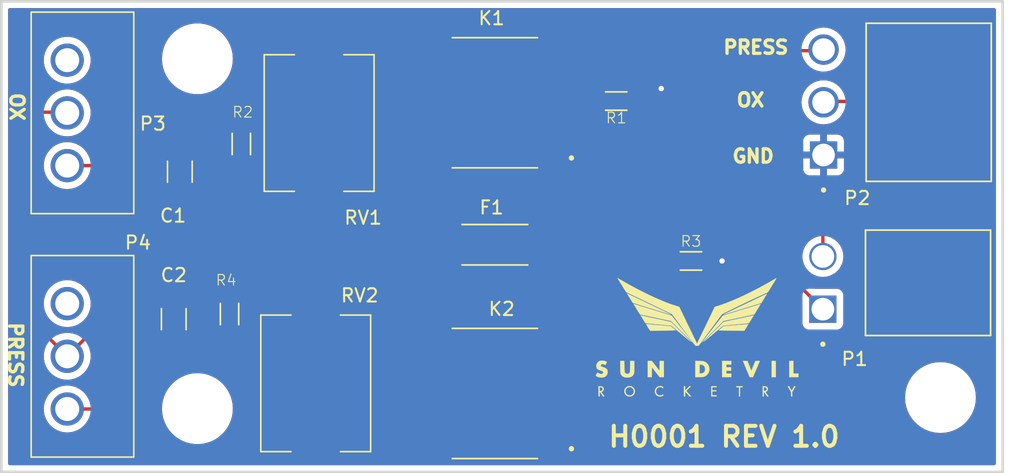
<source format=kicad_pcb>
(kicad_pcb (version 20211014) (generator pcbnew)
  (layers (0 "F.Cu" signal) (31 "B.Cu" signal) (34 "B.Paste" user) (35 "F.Paste" user) (36 "B.SilkS" user "B.Silkscreen") (37 "F.SilkS" user "F.Silkscreen") (38 "B.Mask" user) (39 "F.Mask" user) (44 "Edge.Cuts" user))
  (net 0 "")
  (net 1 "Net-(C1-Pad1)")
  (net 2 "Net-(C1-Pad2)")
  (net 3 "Net-(C2-Pad1)")
  (net 4 "Net-(C2-Pad2)")
  (net 5 "Net-(F1-Pad1)")
  (net 6 "AC_HOT")
  (net 8 "PRESS")
  (net 10 "Net-(K1-Pad4)")
  (net 12 "AC_NEU")
  (net 14 "OX")
  (net 16 "Net-(K2-Pad4)")
  (net 18 "Earth")
  (footprint "H0001-Solenoid-Driver:Logo" (layer "F.Cu") (at 145.225557 89.754605)
    (fp_text reference "LOGO1" hide)
    (fp_text value "Logo" hide)
  )
  (footprint "H0001-Solenoid-Driver:PV275K4032R2" (layer "F.Cu") (at 116.586 93.472 90)
    (fp_text reference "RV2" (at 6.604 3.302 180) (layer "F.SilkS"))
    (fp_text value "275V" hide)
    (pad "1" smd rect (at -4.4285 0 90) (size 1.8542 3.048) (layers "F.Cu" "F.Paste" "F.Mask") (net 3 "Net-(C2-Pad1)"))
    (pad "2" smd rect (at 4.4285 0 90) (size 1.8542 3.048) (layers "F.Cu" "F.Paste" "F.Mask") (net 12 "AC_NEU"))
  )
  (footprint "H0001-Solenoid-Driver:RES_0603" (layer "F.Cu") (at 139.164 72.263 180)
    (fp_text reference "R1" (at 0 -1.27) (layer "F.SilkS") (effects (font (size 0.8 0.8) (thickness 0.0762))))
    (fp_text value "180")
    (pad "1" smd rect (at -0.79 0 180) (size 0.94 1.02) (layers "F.Cu" "F.Paste" "F.Mask") (net 18 "Earth"))
    (pad "2" smd rect (at 0.79 0 180) (size 0.94 1.02) (layers "F.Cu" "F.Paste" "F.Mask") (net 10 "Net-(K1-Pad4)"))
  )
  (footprint "H0001-Solenoid-Driver:TE_647676-2" (layer "F.Cu") (at 154.6897 87.9001 90)
    (fp_text reference "P1" (at -3.7431 2.3839 180) (layer "F.SilkS"))
    (fp_text value "647676-2")
    (pad "1" thru_hole rect (at 0 0 90) (size 2.05 2.05) (drill 1.7) (layers *.Cu *.Mask) (net 12 "AC_NEU"))
    (pad "2" thru_hole circle (at 3.96 0 90) (size 2.05 2.05) (drill 1.7) (layers *.Cu *.Mask) (net 5 "Net-(F1-Pad1)"))
  )
  (footprint "H0001-Solenoid-Driver:CAP_1206" (layer "F.Cu") (at 106.3752 77.5716 90)
    (fp_text reference "C1" (at -3.302 -0.508) (layer "F.SilkS"))
    (fp_text value "0.1uF" hide)
    (pad "1" smd rect (at -1.527801 0 90) (size 0.8556 1.6) (layers "F.Cu" "F.Paste" "F.Mask") (net 1 "Net-(C1-Pad1)"))
    (pad "2" smd rect (at 1.527801 0 90) (size 0.8556 1.6) (layers "F.Cu" "F.Paste" "F.Mask") (net 2 "Net-(C1-Pad2)"))
  )
  (footprint "H0001-Solenoid-Driver:353130360" (layer "F.Cu") (at 97.915 91.44 90)
    (fp_text reference "P4" (at 8.5344 5.3106 180) (layer "F.SilkS"))
    (fp_text value "647676-3")
    (pad "1" thru_hole circle (at -3.96 0 90) (size 2.5 2.5) (drill 1.8) (layers *.Cu *.Mask) (net 3 "Net-(C2-Pad1)"))
    (pad "2" thru_hole circle (at 0 0 90) (size 2.5 2.5) (drill 1.8) (layers *.Cu *.Mask) (net 6 "AC_HOT"))
    (pad "3" thru_hole circle (at 3.96 0 90) (size 2.5 2.5) (drill 1.8) (layers *.Cu *.Mask))
  )
  (footprint "H0001-Solenoid-Driver:353130360" (layer "F.Cu") (at 97.915 73.152 90)
    (fp_text reference "P3" (at -0.8128 6.4282 180) (layer "F.SilkS"))
    (fp_text value "647676-3")
    (pad "1" thru_hole circle (at -3.96 0 90) (size 2.5 2.5) (drill 1.8) (layers *.Cu *.Mask) (net 1 "Net-(C1-Pad1)"))
    (pad "2" thru_hole circle (at 0 0 90) (size 2.5 2.5) (drill 1.8) (layers *.Cu *.Mask) (net 6 "AC_HOT"))
    (pad "3" thru_hole circle (at 3.96 0 90) (size 2.5 2.5) (drill 1.8) (layers *.Cu *.Mask))
  )
  (footprint "H0001-Solenoid-Driver:MountingHole_4.3mm_M4_DIN965" (layer "F.Cu") (at 107.696 69.088 90)
    (fp_text reference "H3" hide)
    (fp_text value "Mounting-Hole" hide)
    (pad "" np_thru_hole circle (at 0 0 90) (size 4.3 4.3) (drill 4.3) (layers *.Cu *.Mask))
  )
  (footprint "H0001-Solenoid-Driver:RELAY_AQH0223AX" (layer "F.Cu") (at 130.048 94.234 180)
    (fp_text reference "K2" (at -0.508 6.35) (layer "F.SilkS"))
    (fp_text value "AQH0223AX")
    (pad "1" smd rect (at -4.15 -3.81 180) (size 1.9 1.5) (layers "F.Cu" "F.Paste" "F.Mask"))
    (pad "2" smd rect (at -4.15 -1.27 180) (size 1.9 1.5) (layers "F.Cu" "F.Paste" "F.Mask") (net 14 "OX"))
    (pad "3" smd rect (at -4.15 1.27 180) (size 1.9 1.5) (layers "F.Cu" "F.Paste" "F.Mask"))
    (pad "4" smd rect (at -4.15 3.81 180) (size 1.9 1.5) (layers "F.Cu" "F.Paste" "F.Mask") (net 16 "Net-(K2-Pad4)"))
    (pad "5" smd rect (at 4.15 3.81 180) (size 1.9 1.5) (layers "F.Cu" "F.Paste" "F.Mask"))
    (pad "6" smd rect (at 4.15 1.27 180) (size 1.9 1.5) (layers "F.Cu" "F.Paste" "F.Mask") (net 12 "AC_NEU"))
    (pad "8" smd rect (at 4.15 -3.81 180) (size 1.9 1.5) (layers "F.Cu" "F.Paste" "F.Mask") (net 3 "Net-(C2-Pad1)"))
  )
  (footprint "H0001-Solenoid-Driver:RELAY_AQH0223AX" (layer "F.Cu") (at 130.048 72.39 180)
    (fp_text reference "K1" (at 0.254 6.35) (layer "F.SilkS"))
    (fp_text value "AQH0223AX")
    (pad "1" smd rect (at -4.15 -3.81 180) (size 1.9 1.5) (layers "F.Cu" "F.Paste" "F.Mask"))
    (pad "2" smd rect (at -4.15 -1.27 180) (size 1.9 1.5) (layers "F.Cu" "F.Paste" "F.Mask") (net 8 "PRESS"))
    (pad "3" smd rect (at -4.15 1.27 180) (size 1.9 1.5) (layers "F.Cu" "F.Paste" "F.Mask"))
    (pad "4" smd rect (at -4.15 3.81 180) (size 1.9 1.5) (layers "F.Cu" "F.Paste" "F.Mask") (net 10 "Net-(K1-Pad4)"))
    (pad "5" smd rect (at 4.15 3.81 180) (size 1.9 1.5) (layers "F.Cu" "F.Paste" "F.Mask"))
    (pad "6" smd rect (at 4.15 1.27 180) (size 1.9 1.5) (layers "F.Cu" "F.Paste" "F.Mask") (net 12 "AC_NEU"))
    (pad "8" smd rect (at 4.15 -3.81 180) (size 1.9 1.5) (layers "F.Cu" "F.Paste" "F.Mask") (net 1 "Net-(C1-Pad1)"))
  )
  (footprint "H0001-Solenoid-Driver:PV275K4032R2" (layer "F.Cu") (at 116.84 73.914 90)
    (fp_text reference "RV1" (at -7.112 3.302 180) (layer "F.SilkS"))
    (fp_text value "275V" hide)
    (pad "1" smd rect (at -4.4285 0 90) (size 1.8542 3.048) (layers "F.Cu" "F.Paste" "F.Mask") (net 1 "Net-(C1-Pad1)"))
    (pad "2" smd rect (at 4.4285 0 90) (size 1.8542 3.048) (layers "F.Cu" "F.Paste" "F.Mask") (net 12 "AC_NEU"))
  )
  (footprint "H0001-Solenoid-Driver:647676-3" (layer "F.Cu") (at 154.7405 76.3165 90)
    (fp_text reference "P2" (at -3.2363 2.5363 180) (layer "F.SilkS"))
    (fp_text value "647676-3")
    (pad "1" thru_hole rect (at 0 0 90) (size 2.05 2.05) (drill 1.7) (layers *.Cu *.Mask) (net 18 "Earth"))
    (pad "2" thru_hole circle (at 3.96 0 90) (size 2.286 2.286) (drill 1.7) (layers *.Cu *.Mask) (net 14 "OX"))
    (pad "3" thru_hole circle (at 7.92 0 90) (size 2.286 2.286) (drill 1.7) (layers *.Cu *.Mask) (net 8 "PRESS"))
  )
  (footprint "H0001-Solenoid-Driver:FUSC9830X318N" (layer "F.Cu") (at 130.048 83.058 180)
    (fp_text reference "F1" (at 0.254 2.794) (layer "F.SilkS") (effects (font (size 0.9906 0.9906))))
    (fp_text value "0678L9100-02")
    (pad "1" smd rect (at -4.047 0 180) (size 2.62 3.2) (layers "F.Cu" "F.Paste" "F.Mask") (net 5 "Net-(F1-Pad1)"))
    (pad "2" smd rect (at 4.047 0 180) (size 2.62 3.2) (layers "F.Cu" "F.Paste" "F.Mask") (net 6 "AC_HOT"))
  )
  (footprint "H0001-Solenoid-Driver:RES_0603" (layer "F.Cu") (at 144.78 84.2772 180)
    (fp_text reference "R3" (at 0 1.4732) (layer "F.SilkS") (effects (font (size 0.8 0.8) (thickness 0.0762))))
    (fp_text value "180")
    (pad "1" smd rect (at -0.79 0 180) (size 0.94 1.02) (layers "F.Cu" "F.Paste" "F.Mask") (net 18 "Earth"))
    (pad "2" smd rect (at 0.79 0 180) (size 0.94 1.02) (layers "F.Cu" "F.Paste" "F.Mask") (net 16 "Net-(K2-Pad4)"))
  )
  (footprint "H0001-Solenoid-Driver:RES_0603" (layer "F.Cu") (at 110.109 88.265 -90)
    (fp_text reference "R4" (at -2.54 0.254 180) (layer "F.SilkS") (effects (font (size 0.8 0.8) (thickness 0.0762))))
    (fp_text value "100")
    (pad "1" smd rect (at -0.79 0 270) (size 0.94 1.02) (layers "F.Cu" "F.Paste" "F.Mask") (net 12 "AC_NEU"))
    (pad "2" smd rect (at 0.79 0 270) (size 0.94 1.02) (layers "F.Cu" "F.Paste" "F.Mask") (net 4 "Net-(C2-Pad2)"))
  )
  (footprint "H0001-Solenoid-Driver:CAP_1206" (layer "F.Cu") (at 105.918 88.646 -90)
    (fp_text reference "C2" (at -3.302 0 180) (layer "F.SilkS"))
    (fp_text value "0.1uF" hide)
    (pad "1" smd rect (at -1.527801 0 270) (size 0.8556 1.6) (layers "F.Cu" "F.Paste" "F.Mask") (net 3 "Net-(C2-Pad1)"))
    (pad "2" smd rect (at 1.527801 0 270) (size 0.8556 1.6) (layers "F.Cu" "F.Paste" "F.Mask") (net 4 "Net-(C2-Pad2)"))
  )
  (footprint "H0001-Solenoid-Driver:MountingHole_4.3mm_M4_DIN965" (layer "F.Cu") (at 163.5252 94.5388)
    (fp_text reference "H1" hide)
    (fp_text value "Mounting-Hole" hide)
    (pad "" np_thru_hole circle (at 0 0) (size 4.3 4.3) (drill 4.3) (layers *.Cu *.Mask))
  )
  (footprint "H0001-Solenoid-Driver:RES_0603" (layer "F.Cu") (at 110.998 75.4888 -90)
    (fp_text reference "R2" (at -2.3876 -0.1016 180) (layer "F.SilkS") (effects (font (size 0.8 0.8) (thickness 0.0762))))
    (fp_text value "100")
    (pad "1" smd rect (at -0.79 0 270) (size 0.94 1.02) (layers "F.Cu" "F.Paste" "F.Mask") (net 12 "AC_NEU"))
    (pad "2" smd rect (at 0.79 0 270) (size 0.94 1.02) (layers "F.Cu" "F.Paste" "F.Mask") (net 2 "Net-(C1-Pad2)"))
  )
  (footprint "H0001-Solenoid-Driver:MountingHole_4.3mm_M4_DIN965" (layer "F.Cu") (at 107.696 95.377)
    (fp_text reference "H2" hide)
    (fp_text value "Mounting-Hole" hide)
    (pad "" np_thru_hole circle (at 0 0) (size 4.3 4.3) (drill 4.3) (layers *.Cu *.Mask))
  )
  (gr_rect (start 92.964 64.77) (end 168.1988 100.1268) (layer "Edge.Cuts") (width 0.2) (fill none))
  (gr_text "PRESS" (at 94.0308 91.3384 270) (layer "F.SilkS") (effects (font (size 1 1) (thickness 0.25))))
  (gr_text "OX" (at 94.1324 72.6948 270) (layer "F.SilkS") (effects (font (size 1 1) (thickness 0.25))))
  (gr_text "PRESS" (at 149.6568 68.2244) (layer "F.SilkS") (effects (font (size 1 1) (thickness 0.25))))
  (gr_text "GND\n" (at 149.4536 76.4032) (layer "F.SilkS") (effects (font (size 1 1) (thickness 0.25))))
  (gr_text "H0001 REV 1.0" (at 147.2692 97.4852) (layer "F.SilkS") (effects (font (size 1.5 1.5) (thickness 0.3))))
  (gr_text "OX" (at 149.2504 72.1868) (layer "F.SilkS") (effects (font (size 1 1) (thickness 0.25))))
  (segment (start 103.0732 78.994) (end 103.124 79.0448) (width 0.254) (layer "F.Cu") (net 1))
  (segment (start 122.8344 76.2508) (end 125.984 76.2508) (width 0.254) (layer "F.Cu") (net 1))
  (segment (start 120.7427 78.3425) (end 122.5804 76.5048) (width 0.254) (layer "F.Cu") (net 1))
  (segment (start 103.124 79.0448) (end 106.3244 79.0448) (width 0.254) (layer "F.Cu") (net 1))
  (segment (start 111.552999 79.099401) (end 112.268 78.3844) (width 0.254) (layer "F.Cu") (net 1))
  (segment (start 122.5804 76.5048) (end 122.8344 76.2508) (width 0.254) (layer "F.Cu") (net 1))
  (segment (start 106.3752 79.099401) (end 111.552999 79.099401) (width 0.254) (layer "F.Cu") (net 1))
  (segment (start 97.915 77.112) (end 101.1912 77.112) (width 0.254) (layer "F.Cu") (net 1))
  (segment (start 112.268 78.3844) (end 116.586 78.3844) (width 0.254) (layer "F.Cu") (net 1))
  (segment (start 101.1912 77.112) (end 103.0732 78.994) (width 0.254) (layer "F.Cu") (net 1))
  (segment (start 116.84 78.3425) (end 120.7427 78.3425) (width 0.254) (layer "F.Cu") (net 1))
  (segment (start 106.3752 76.043799) (end 110.841799 76.043799) (width 0.254) (layer "F.Cu") (net 2))
  (segment (start 110.2868 91.9988) (end 116.332 98.044) (width 0.254) (layer "F.Cu") (net 3))
  (segment (start 116.586 97.9005) (end 125.5357 97.9005) (width 0.254) (layer "F.Cu") (net 3))
  (segment (start 103.3272 92.3544) (end 103.3272 91.9988) (width 0.254) (layer "F.Cu") (net 3))
  (segment (start 103.3272 88.6968) (end 104.8512 87.1728) (width 0.254) (layer "F.Cu") (net 3))
  (segment (start 104.8512 87.1728) (end 105.3084 87.1728) (width 0.254) (layer "F.Cu") (net 3))
  (segment (start 100.2816 95.4) (end 103.3272 92.3544) (width 0.254) (layer "F.Cu") (net 3))
  (segment (start 105.1052 91.9988) (end 110.2868 91.9988) (width 0.254) (layer "F.Cu") (net 3))
  (segment (start 97.915 95.4) (end 100.2816 95.4) (width 0.254) (layer "F.Cu") (net 3))
  (segment (start 103.3272 91.9988) (end 103.3272 88.6968) (width 0.254) (layer "F.Cu") (net 3))
  (segment (start 103.3272 91.9988) (end 105.1052 91.9988) (width 0.254) (layer "F.Cu") (net 3))
  (segment (start 107.387399 90.173801) (end 108.3564 89.2048) (width 0.254) (layer "F.Cu") (net 4))
  (segment (start 108.3564 89.2048) (end 110.0328 89.2048) (width 0.254) (layer "F.Cu") (net 4))
  (segment (start 105.918 90.173801) (end 107.387399 90.173801) (width 0.254) (layer "F.Cu") (net 4))
  (segment (start 153.5176 79.7052) (end 137.7188 79.7052) (width 0.254) (layer "F.Cu") (net 5))
  (segment (start 137.16 79.7052) (end 134.112 82.7532) (width 0.254) (layer "F.Cu") (net 5))
  (segment (start 137.7188 79.7052) (end 137.16 79.7052) (width 0.254) (layer "F.Cu") (net 5))
  (segment (start 154.6897 83.9401) (end 154.6897 80.8773) (width 0.254) (layer "F.Cu") (net 5))
  (segment (start 134.0612 82.7532) (end 134.0104 82.804) (width 0.254) (layer "F.Cu") (net 5))
  (segment (start 154.6897 80.8773) (end 153.5176 79.7052) (width 0.254) (layer "F.Cu") (net 5))
  (segment (start 97.915 91.44) (end 105.4334 83.9216) (width 0.254) (layer "F.Cu") (net 6))
  (segment (start 95.7072 73.1012) (end 97.9424 73.1012) (width 0.254) (layer "F.Cu") (net 6))
  (segment (start 95.1992 75.2856) (end 95.1992 73.6092) (width 0.254) (layer "F.Cu") (net 6))
  (segment (start 97.915 91.44) (end 95.1992 88.7242) (width 0.254) (layer "F.Cu") (net 6))
  (segment (start 95.1992 73.6092) (end 95.7072 73.1012) (width 0.254) (layer "F.Cu") (net 6))
  (segment (start 110.5408 83.9216) (end 125.73 83.9216) (width 0.254) (layer "F.Cu") (net 6))
  (segment (start 95.1992 88.7242) (end 95.1992 75.2856) (width 0.254) (layer "F.Cu") (net 6))
  (segment (start 105.4334 83.9216) (end 110.5408 83.9216) (width 0.254) (layer "F.Cu") (net 6))
  (segment (start 137.3632 73.66) (end 138.5824 74.8792) (width 0.254) (layer "F.Cu") (net 8))
  (segment (start 134.198 73.66) (end 137.3632 73.66) (width 0.254) (layer "F.Cu") (net 8))
  (segment (start 148.6408 68.8848) (end 149.0472 68.4784) (width 0.254) (layer "F.Cu") (net 8))
  (segment (start 142.6464 74.8792) (end 148.6408 68.8848) (width 0.254) (layer "F.Cu") (net 8))
  (segment (start 149.0472 68.4784) (end 154.7876 68.4784) (width 0.254) (layer "F.Cu") (net 8))
  (segment (start 138.5824 74.8792) (end 141.5288 74.8792) (width 0.254) (layer "F.Cu") (net 8))
  (segment (start 141.5288 74.8792) (end 141.6812 74.8792) (width 0.254) (layer "F.Cu") (net 8))
  (segment (start 141.6812 74.8792) (end 142.6464 74.8792) (width 0.254) (layer "F.Cu") (net 8))
  (segment (start 137.16 68.7324) (end 137.0584 68.6308) (width 0.254) (layer "F.Cu") (net 10))
  (segment (start 138.374 72.263) (end 138.374 69.9464) (width 0.254) (layer "F.Cu") (net 10))
  (segment (start 137.0584 68.6308) (end 134.4168 68.6308) (width 0.254) (layer "F.Cu") (net 10))
  (segment (start 138.374 69.9464) (end 137.16 68.7324) (width 0.254) (layer "F.Cu") (net 10))
  (segment (start 119.7775 89.0435) (end 123.19 92.456) (width 0.254) (layer "F.Cu") (net 12))
  (segment (start 135.9916 87.884) (end 132.588 87.884) (width 0.254) (layer "F.Cu") (net 12))
  (segment (start 116.586 86.868) (end 117.2972 86.1568) (width 0.254) (layer "F.Cu") (net 12))
  (segment (start 142.4432 81.4324) (end 138.6332 85.2424) (width 0.254) (layer "F.Cu") (net 12))
  (segment (start 130.0988 84.3788) (end 130.0988 72.5932) (width 0.254) (layer "F.Cu") (net 12))
  (segment (start 116.586 89.0435) (end 116.586 86.868) (width 0.254) (layer "F.Cu") (net 12))
  (segment (start 121.7079 69.4855) (end 123.444 71.2216) (width 0.254) (layer "F.Cu") (net 12))
  (segment (start 123.444 71.2216) (end 123.4948 71.2724) (width 0.254) (layer "F.Cu") (net 12))
  (segment (start 116.586 89.0435) (end 119.7775 89.0435) (width 0.254) (layer "F.Cu") (net 12))
  (segment (start 116.84 69.4855) (end 121.3523 69.4855) (width 0.254) (layer "F.Cu") (net 12))
  (segment (start 123.4948 71.2724) (end 126.0348 71.2724) (width 0.254) (layer "F.Cu") (net 12))
  (segment (start 114.399 87.475) (end 115.316 88.392) (width 0.254) (layer "F.Cu") (net 12))
  (segment (start 131.2164 87.884) (end 126.1872 92.9132) (width 0.254) (layer "F.Cu") (net 12))
  (segment (start 148.222 81.4324) (end 142.4432 81.4324) (width 0.254) (layer "F.Cu") (net 12))
  (segment (start 130.0988 72.5932) (end 128.5748 71.0692) (width 0.254) (layer "F.Cu") (net 12))
  (segment (start 138.6332 85.2424) (end 135.9916 87.884) (width 0.254) (layer "F.Cu") (net 12))
  (segment (start 110.109 87.475) (end 114.399 87.475) (width 0.254) (layer "F.Cu") (net 12))
  (segment (start 128.3208 86.1568) (end 130.0988 84.3788) (width 0.254) (layer "F.Cu") (net 12))
  (segment (start 123.3932 92.6592) (end 125.984 92.6592) (width 0.254) (layer "F.Cu") (net 12))
  (segment (start 128.5748 71.0692) (end 126.1872 71.0692) (width 0.254) (layer "F.Cu") (net 12))
  (segment (start 110.998 74.6988) (end 114.328 74.6988) (width 0.254) (layer "F.Cu") (net 12))
  (segment (start 116.84 72.1868) (end 116.84 69.6468) (width 0.254) (layer "F.Cu") (net 12))
  (segment (start 117.2972 86.1568) (end 128.3208 86.1568) (width 0.254) (layer "F.Cu") (net 12))
  (segment (start 116.7384 72.2884) (end 116.84 72.1868) (width 0.254) (layer "F.Cu") (net 12))
  (segment (start 154.6897 87.9001) (end 148.222 81.4324) (width 0.254) (layer "F.Cu") (net 12))
  (segment (start 121.3523 69.4855) (end 121.7079 69.4855) (width 0.254) (layer "F.Cu") (net 12))
  (segment (start 123.19 92.456) (end 123.3932 92.6592) (width 0.254) (layer "F.Cu") (net 12))
  (segment (start 114.328 74.6988) (end 116.7384 72.2884) (width 0.254) (layer "F.Cu") (net 12))
  (segment (start 132.588 87.884) (end 131.2164 87.884) (width 0.254) (layer "F.Cu") (net 12))
  (segment (start 159.4612 74.168) (end 157.6832 72.39) (width 0.254) (layer "F.Cu") (net 14))
  (segment (start 157.6832 72.39) (end 157.5816 72.2884) (width 0.254) (layer "F.Cu") (net 14))
  (segment (start 159.4612 91.7448) (end 159.4612 74.168) (width 0.254) (layer "F.Cu") (net 14))
  (segment (start 134.198 95.504) (end 155.702 95.504) (width 0.254) (layer "F.Cu") (net 14))
  (segment (start 155.702 95.504) (end 159.4612 91.7448) (width 0.254) (layer "F.Cu") (net 14))
  (segment (start 157.5816 72.2884) (end 154.5844 72.2884) (width 0.254) (layer "F.Cu") (net 14))
  (segment (start 134.198 90.424) (end 140.2588 90.424) (width 0.254) (layer "F.Cu") (net 16))
  (segment (start 140.2588 90.424) (end 143.9672 86.7156) (width 0.254) (layer "F.Cu") (net 16))
  (segment (start 143.9672 86.7156) (end 143.9672 84.1756) (width 0.254) (layer "F.Cu") (net 16))
  (segment (start 145.57 84.2772) (end 147.1168 84.2772) (width 0.254) (layer "F.Cu") (net 18))
  (segment (start 141.605 72.263) (end 142.5448 71.3232) (width 0.254) (layer "F.Cu") (net 18))
  (segment (start 139.954 72.263) (end 141.605 72.263) (width 0.254) (layer "F.Cu") (net 18))
  (via (at 147.1168 84.2772) (size 0.8) (drill 0.4) (layers "F.Cu" "B.Cu") (net 18))
  (via (at 142.5448 71.3232) (size 0.8) (drill 0.4) (layers "F.Cu" "B.Cu") (net 18))
  (zone (net 18) (net_name "Earth") (layers F&B.Cu) (connect_pads (clearance 0.508)) (min_thickness 0.254) (fill yes (thermal_gap 0.508) (thermal_bridge_width 0.508))
    (polygon (pts (xy 168.2496 99.9744) (xy 93.0656 100.076) (xy 92.9132 64.8716) (xy 167.9448 64.8716)))
  )
)
</source>
